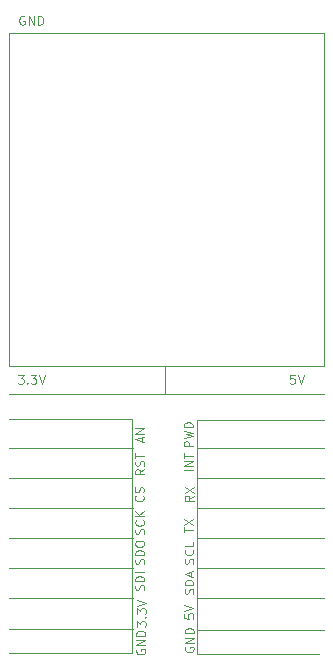
<source format=gbr>
%TF.GenerationSoftware,KiCad,Pcbnew,8.0.2*%
%TF.CreationDate,2024-07-30T14:17:02+02:00*%
%TF.ProjectId,mikrobus_protoboardPCB,6d696b72-6f62-4757-935f-70726f746f62,rev?*%
%TF.SameCoordinates,Original*%
%TF.FileFunction,Legend,Top*%
%TF.FilePolarity,Positive*%
%FSLAX46Y46*%
G04 Gerber Fmt 4.6, Leading zero omitted, Abs format (unit mm)*
G04 Created by KiCad (PCBNEW 8.0.2) date 2024-07-30 14:17:02*
%MOMM*%
%LPD*%
G01*
G04 APERTURE LIST*
%ADD10C,0.100000*%
G04 APERTURE END LIST*
D10*
X158410000Y-103980000D02*
X147930000Y-103980000D01*
X147925000Y-91660000D02*
X158415000Y-91660000D01*
X163895000Y-99300000D02*
X174650000Y-99300000D01*
X163870000Y-84190000D02*
X163870000Y-103950003D01*
X147915000Y-89130000D02*
X158405000Y-89130000D01*
X147920000Y-51455000D02*
X174650000Y-51455000D01*
X174650000Y-79610000D01*
X147920000Y-79610000D01*
X147920000Y-51455000D01*
X161180000Y-82000000D02*
X161180000Y-79610000D01*
X163890000Y-89120000D02*
X174640005Y-89120000D01*
X147920000Y-82000000D02*
X174650000Y-82000000D01*
X174160000Y-104000000D02*
X163879995Y-104000000D01*
X147920000Y-84170000D02*
X158410000Y-84170000D01*
X163870000Y-84190000D02*
X174660022Y-84190000D01*
X163900000Y-91700000D02*
X174650000Y-91700000D01*
X163895000Y-101960000D02*
X174640000Y-101960000D01*
X163910000Y-96780000D02*
X174640000Y-96780000D01*
X163890000Y-94200000D02*
X174640000Y-94200000D01*
X147925000Y-94210000D02*
X158415000Y-94210000D01*
X147925000Y-101950000D02*
X158415000Y-101950000D01*
X147925000Y-86590000D02*
X158415000Y-86590000D01*
X147935000Y-96710000D02*
X158425000Y-96710000D01*
X158410000Y-84170000D02*
X158410000Y-103980003D01*
X147935000Y-99290000D02*
X158425000Y-99290000D01*
X163890000Y-86590000D02*
X174650000Y-86590000D01*
X159347300Y-98611353D02*
X159383014Y-98504211D01*
X159383014Y-98504211D02*
X159383014Y-98325639D01*
X159383014Y-98325639D02*
X159347300Y-98254211D01*
X159347300Y-98254211D02*
X159311585Y-98218496D01*
X159311585Y-98218496D02*
X159240157Y-98182782D01*
X159240157Y-98182782D02*
X159168728Y-98182782D01*
X159168728Y-98182782D02*
X159097300Y-98218496D01*
X159097300Y-98218496D02*
X159061585Y-98254211D01*
X159061585Y-98254211D02*
X159025871Y-98325639D01*
X159025871Y-98325639D02*
X158990157Y-98468496D01*
X158990157Y-98468496D02*
X158954442Y-98539925D01*
X158954442Y-98539925D02*
X158918728Y-98575639D01*
X158918728Y-98575639D02*
X158847300Y-98611353D01*
X158847300Y-98611353D02*
X158775871Y-98611353D01*
X158775871Y-98611353D02*
X158704442Y-98575639D01*
X158704442Y-98575639D02*
X158668728Y-98539925D01*
X158668728Y-98539925D02*
X158633014Y-98468496D01*
X158633014Y-98468496D02*
X158633014Y-98289925D01*
X158633014Y-98289925D02*
X158668728Y-98182782D01*
X159383014Y-97861353D02*
X158633014Y-97861353D01*
X158633014Y-97861353D02*
X158633014Y-97682782D01*
X158633014Y-97682782D02*
X158668728Y-97575639D01*
X158668728Y-97575639D02*
X158740157Y-97504210D01*
X158740157Y-97504210D02*
X158811585Y-97468496D01*
X158811585Y-97468496D02*
X158954442Y-97432782D01*
X158954442Y-97432782D02*
X159061585Y-97432782D01*
X159061585Y-97432782D02*
X159204442Y-97468496D01*
X159204442Y-97468496D02*
X159275871Y-97504210D01*
X159275871Y-97504210D02*
X159347300Y-97575639D01*
X159347300Y-97575639D02*
X159383014Y-97682782D01*
X159383014Y-97682782D02*
X159383014Y-97861353D01*
X159383014Y-97111353D02*
X158633014Y-97111353D01*
X163537300Y-96371353D02*
X163573014Y-96264211D01*
X163573014Y-96264211D02*
X163573014Y-96085639D01*
X163573014Y-96085639D02*
X163537300Y-96014211D01*
X163537300Y-96014211D02*
X163501585Y-95978496D01*
X163501585Y-95978496D02*
X163430157Y-95942782D01*
X163430157Y-95942782D02*
X163358728Y-95942782D01*
X163358728Y-95942782D02*
X163287300Y-95978496D01*
X163287300Y-95978496D02*
X163251585Y-96014211D01*
X163251585Y-96014211D02*
X163215871Y-96085639D01*
X163215871Y-96085639D02*
X163180157Y-96228496D01*
X163180157Y-96228496D02*
X163144442Y-96299925D01*
X163144442Y-96299925D02*
X163108728Y-96335639D01*
X163108728Y-96335639D02*
X163037300Y-96371353D01*
X163037300Y-96371353D02*
X162965871Y-96371353D01*
X162965871Y-96371353D02*
X162894442Y-96335639D01*
X162894442Y-96335639D02*
X162858728Y-96299925D01*
X162858728Y-96299925D02*
X162823014Y-96228496D01*
X162823014Y-96228496D02*
X162823014Y-96049925D01*
X162823014Y-96049925D02*
X162858728Y-95942782D01*
X163501585Y-95192782D02*
X163537300Y-95228496D01*
X163537300Y-95228496D02*
X163573014Y-95335639D01*
X163573014Y-95335639D02*
X163573014Y-95407067D01*
X163573014Y-95407067D02*
X163537300Y-95514210D01*
X163537300Y-95514210D02*
X163465871Y-95585639D01*
X163465871Y-95585639D02*
X163394442Y-95621353D01*
X163394442Y-95621353D02*
X163251585Y-95657067D01*
X163251585Y-95657067D02*
X163144442Y-95657067D01*
X163144442Y-95657067D02*
X163001585Y-95621353D01*
X163001585Y-95621353D02*
X162930157Y-95585639D01*
X162930157Y-95585639D02*
X162858728Y-95514210D01*
X162858728Y-95514210D02*
X162823014Y-95407067D01*
X162823014Y-95407067D02*
X162823014Y-95335639D01*
X162823014Y-95335639D02*
X162858728Y-95228496D01*
X162858728Y-95228496D02*
X162894442Y-95192782D01*
X163573014Y-94514210D02*
X163573014Y-94871353D01*
X163573014Y-94871353D02*
X162823014Y-94871353D01*
X162813014Y-93712782D02*
X162813014Y-93284211D01*
X163563014Y-93498496D02*
X162813014Y-93498496D01*
X162813014Y-93105639D02*
X163563014Y-92605639D01*
X162813014Y-92605639D02*
X163563014Y-93105639D01*
X159347300Y-93871353D02*
X159383014Y-93764211D01*
X159383014Y-93764211D02*
X159383014Y-93585639D01*
X159383014Y-93585639D02*
X159347300Y-93514211D01*
X159347300Y-93514211D02*
X159311585Y-93478496D01*
X159311585Y-93478496D02*
X159240157Y-93442782D01*
X159240157Y-93442782D02*
X159168728Y-93442782D01*
X159168728Y-93442782D02*
X159097300Y-93478496D01*
X159097300Y-93478496D02*
X159061585Y-93514211D01*
X159061585Y-93514211D02*
X159025871Y-93585639D01*
X159025871Y-93585639D02*
X158990157Y-93728496D01*
X158990157Y-93728496D02*
X158954442Y-93799925D01*
X158954442Y-93799925D02*
X158918728Y-93835639D01*
X158918728Y-93835639D02*
X158847300Y-93871353D01*
X158847300Y-93871353D02*
X158775871Y-93871353D01*
X158775871Y-93871353D02*
X158704442Y-93835639D01*
X158704442Y-93835639D02*
X158668728Y-93799925D01*
X158668728Y-93799925D02*
X158633014Y-93728496D01*
X158633014Y-93728496D02*
X158633014Y-93549925D01*
X158633014Y-93549925D02*
X158668728Y-93442782D01*
X159311585Y-92692782D02*
X159347300Y-92728496D01*
X159347300Y-92728496D02*
X159383014Y-92835639D01*
X159383014Y-92835639D02*
X159383014Y-92907067D01*
X159383014Y-92907067D02*
X159347300Y-93014210D01*
X159347300Y-93014210D02*
X159275871Y-93085639D01*
X159275871Y-93085639D02*
X159204442Y-93121353D01*
X159204442Y-93121353D02*
X159061585Y-93157067D01*
X159061585Y-93157067D02*
X158954442Y-93157067D01*
X158954442Y-93157067D02*
X158811585Y-93121353D01*
X158811585Y-93121353D02*
X158740157Y-93085639D01*
X158740157Y-93085639D02*
X158668728Y-93014210D01*
X158668728Y-93014210D02*
X158633014Y-92907067D01*
X158633014Y-92907067D02*
X158633014Y-92835639D01*
X158633014Y-92835639D02*
X158668728Y-92728496D01*
X158668728Y-92728496D02*
X158704442Y-92692782D01*
X159383014Y-92371353D02*
X158633014Y-92371353D01*
X159383014Y-91942782D02*
X158954442Y-92264210D01*
X158633014Y-91942782D02*
X159061585Y-92371353D01*
X163513014Y-86435639D02*
X162763014Y-86435639D01*
X162763014Y-86435639D02*
X162763014Y-86149925D01*
X162763014Y-86149925D02*
X162798728Y-86078496D01*
X162798728Y-86078496D02*
X162834442Y-86042782D01*
X162834442Y-86042782D02*
X162905871Y-86007068D01*
X162905871Y-86007068D02*
X163013014Y-86007068D01*
X163013014Y-86007068D02*
X163084442Y-86042782D01*
X163084442Y-86042782D02*
X163120157Y-86078496D01*
X163120157Y-86078496D02*
X163155871Y-86149925D01*
X163155871Y-86149925D02*
X163155871Y-86435639D01*
X162763014Y-85757068D02*
X163513014Y-85578496D01*
X163513014Y-85578496D02*
X162977300Y-85435639D01*
X162977300Y-85435639D02*
X163513014Y-85292782D01*
X163513014Y-85292782D02*
X162763014Y-85114211D01*
X163513014Y-84828496D02*
X162763014Y-84828496D01*
X162763014Y-84828496D02*
X162763014Y-84649925D01*
X162763014Y-84649925D02*
X162798728Y-84542782D01*
X162798728Y-84542782D02*
X162870157Y-84471353D01*
X162870157Y-84471353D02*
X162941585Y-84435639D01*
X162941585Y-84435639D02*
X163084442Y-84399925D01*
X163084442Y-84399925D02*
X163191585Y-84399925D01*
X163191585Y-84399925D02*
X163334442Y-84435639D01*
X163334442Y-84435639D02*
X163405871Y-84471353D01*
X163405871Y-84471353D02*
X163477300Y-84542782D01*
X163477300Y-84542782D02*
X163513014Y-84649925D01*
X163513014Y-84649925D02*
X163513014Y-84828496D01*
X158773014Y-101707068D02*
X158773014Y-101242782D01*
X158773014Y-101242782D02*
X159058728Y-101492782D01*
X159058728Y-101492782D02*
X159058728Y-101385639D01*
X159058728Y-101385639D02*
X159094442Y-101314211D01*
X159094442Y-101314211D02*
X159130157Y-101278496D01*
X159130157Y-101278496D02*
X159201585Y-101242782D01*
X159201585Y-101242782D02*
X159380157Y-101242782D01*
X159380157Y-101242782D02*
X159451585Y-101278496D01*
X159451585Y-101278496D02*
X159487300Y-101314211D01*
X159487300Y-101314211D02*
X159523014Y-101385639D01*
X159523014Y-101385639D02*
X159523014Y-101599925D01*
X159523014Y-101599925D02*
X159487300Y-101671353D01*
X159487300Y-101671353D02*
X159451585Y-101707068D01*
X159451585Y-100921353D02*
X159487300Y-100885639D01*
X159487300Y-100885639D02*
X159523014Y-100921353D01*
X159523014Y-100921353D02*
X159487300Y-100957067D01*
X159487300Y-100957067D02*
X159451585Y-100921353D01*
X159451585Y-100921353D02*
X159523014Y-100921353D01*
X158773014Y-100635639D02*
X158773014Y-100171353D01*
X158773014Y-100171353D02*
X159058728Y-100421353D01*
X159058728Y-100421353D02*
X159058728Y-100314210D01*
X159058728Y-100314210D02*
X159094442Y-100242782D01*
X159094442Y-100242782D02*
X159130157Y-100207067D01*
X159130157Y-100207067D02*
X159201585Y-100171353D01*
X159201585Y-100171353D02*
X159380157Y-100171353D01*
X159380157Y-100171353D02*
X159451585Y-100207067D01*
X159451585Y-100207067D02*
X159487300Y-100242782D01*
X159487300Y-100242782D02*
X159523014Y-100314210D01*
X159523014Y-100314210D02*
X159523014Y-100528496D01*
X159523014Y-100528496D02*
X159487300Y-100599924D01*
X159487300Y-100599924D02*
X159451585Y-100635639D01*
X158773014Y-99957067D02*
X159523014Y-99707067D01*
X159523014Y-99707067D02*
X158773014Y-99457067D01*
X148722931Y-80403014D02*
X149187217Y-80403014D01*
X149187217Y-80403014D02*
X148937217Y-80688728D01*
X148937217Y-80688728D02*
X149044360Y-80688728D01*
X149044360Y-80688728D02*
X149115789Y-80724442D01*
X149115789Y-80724442D02*
X149151503Y-80760157D01*
X149151503Y-80760157D02*
X149187217Y-80831585D01*
X149187217Y-80831585D02*
X149187217Y-81010157D01*
X149187217Y-81010157D02*
X149151503Y-81081585D01*
X149151503Y-81081585D02*
X149115789Y-81117300D01*
X149115789Y-81117300D02*
X149044360Y-81153014D01*
X149044360Y-81153014D02*
X148830074Y-81153014D01*
X148830074Y-81153014D02*
X148758646Y-81117300D01*
X148758646Y-81117300D02*
X148722931Y-81081585D01*
X149508646Y-81081585D02*
X149544360Y-81117300D01*
X149544360Y-81117300D02*
X149508646Y-81153014D01*
X149508646Y-81153014D02*
X149472932Y-81117300D01*
X149472932Y-81117300D02*
X149508646Y-81081585D01*
X149508646Y-81081585D02*
X149508646Y-81153014D01*
X149794360Y-80403014D02*
X150258646Y-80403014D01*
X150258646Y-80403014D02*
X150008646Y-80688728D01*
X150008646Y-80688728D02*
X150115789Y-80688728D01*
X150115789Y-80688728D02*
X150187218Y-80724442D01*
X150187218Y-80724442D02*
X150222932Y-80760157D01*
X150222932Y-80760157D02*
X150258646Y-80831585D01*
X150258646Y-80831585D02*
X150258646Y-81010157D01*
X150258646Y-81010157D02*
X150222932Y-81081585D01*
X150222932Y-81081585D02*
X150187218Y-81117300D01*
X150187218Y-81117300D02*
X150115789Y-81153014D01*
X150115789Y-81153014D02*
X149901503Y-81153014D01*
X149901503Y-81153014D02*
X149830075Y-81117300D01*
X149830075Y-81117300D02*
X149794360Y-81081585D01*
X150472932Y-80403014D02*
X150722932Y-81153014D01*
X150722932Y-81153014D02*
X150972932Y-80403014D01*
X163553014Y-88485639D02*
X162803014Y-88485639D01*
X163553014Y-88128496D02*
X162803014Y-88128496D01*
X162803014Y-88128496D02*
X163553014Y-87699925D01*
X163553014Y-87699925D02*
X162803014Y-87699925D01*
X162803014Y-87449925D02*
X162803014Y-87021354D01*
X163553014Y-87235639D02*
X162803014Y-87235639D01*
X149257217Y-50038728D02*
X149185789Y-50003014D01*
X149185789Y-50003014D02*
X149078646Y-50003014D01*
X149078646Y-50003014D02*
X148971503Y-50038728D01*
X148971503Y-50038728D02*
X148900074Y-50110157D01*
X148900074Y-50110157D02*
X148864360Y-50181585D01*
X148864360Y-50181585D02*
X148828646Y-50324442D01*
X148828646Y-50324442D02*
X148828646Y-50431585D01*
X148828646Y-50431585D02*
X148864360Y-50574442D01*
X148864360Y-50574442D02*
X148900074Y-50645871D01*
X148900074Y-50645871D02*
X148971503Y-50717300D01*
X148971503Y-50717300D02*
X149078646Y-50753014D01*
X149078646Y-50753014D02*
X149150074Y-50753014D01*
X149150074Y-50753014D02*
X149257217Y-50717300D01*
X149257217Y-50717300D02*
X149292931Y-50681585D01*
X149292931Y-50681585D02*
X149292931Y-50431585D01*
X149292931Y-50431585D02*
X149150074Y-50431585D01*
X149614360Y-50753014D02*
X149614360Y-50003014D01*
X149614360Y-50003014D02*
X150042931Y-50753014D01*
X150042931Y-50753014D02*
X150042931Y-50003014D01*
X150400074Y-50753014D02*
X150400074Y-50003014D01*
X150400074Y-50003014D02*
X150578645Y-50003014D01*
X150578645Y-50003014D02*
X150685788Y-50038728D01*
X150685788Y-50038728D02*
X150757217Y-50110157D01*
X150757217Y-50110157D02*
X150792931Y-50181585D01*
X150792931Y-50181585D02*
X150828645Y-50324442D01*
X150828645Y-50324442D02*
X150828645Y-50431585D01*
X150828645Y-50431585D02*
X150792931Y-50574442D01*
X150792931Y-50574442D02*
X150757217Y-50645871D01*
X150757217Y-50645871D02*
X150685788Y-50717300D01*
X150685788Y-50717300D02*
X150578645Y-50753014D01*
X150578645Y-50753014D02*
X150400074Y-50753014D01*
X162813014Y-100628496D02*
X162813014Y-100985639D01*
X162813014Y-100985639D02*
X163170157Y-101021353D01*
X163170157Y-101021353D02*
X163134442Y-100985639D01*
X163134442Y-100985639D02*
X163098728Y-100914211D01*
X163098728Y-100914211D02*
X163098728Y-100735639D01*
X163098728Y-100735639D02*
X163134442Y-100664211D01*
X163134442Y-100664211D02*
X163170157Y-100628496D01*
X163170157Y-100628496D02*
X163241585Y-100592782D01*
X163241585Y-100592782D02*
X163420157Y-100592782D01*
X163420157Y-100592782D02*
X163491585Y-100628496D01*
X163491585Y-100628496D02*
X163527300Y-100664211D01*
X163527300Y-100664211D02*
X163563014Y-100735639D01*
X163563014Y-100735639D02*
X163563014Y-100914211D01*
X163563014Y-100914211D02*
X163527300Y-100985639D01*
X163527300Y-100985639D02*
X163491585Y-101021353D01*
X162813014Y-100378496D02*
X163563014Y-100128496D01*
X163563014Y-100128496D02*
X162813014Y-99878496D01*
X159403014Y-88387068D02*
X159045871Y-88637068D01*
X159403014Y-88815639D02*
X158653014Y-88815639D01*
X158653014Y-88815639D02*
X158653014Y-88529925D01*
X158653014Y-88529925D02*
X158688728Y-88458496D01*
X158688728Y-88458496D02*
X158724442Y-88422782D01*
X158724442Y-88422782D02*
X158795871Y-88387068D01*
X158795871Y-88387068D02*
X158903014Y-88387068D01*
X158903014Y-88387068D02*
X158974442Y-88422782D01*
X158974442Y-88422782D02*
X159010157Y-88458496D01*
X159010157Y-88458496D02*
X159045871Y-88529925D01*
X159045871Y-88529925D02*
X159045871Y-88815639D01*
X159367300Y-88101353D02*
X159403014Y-87994211D01*
X159403014Y-87994211D02*
X159403014Y-87815639D01*
X159403014Y-87815639D02*
X159367300Y-87744211D01*
X159367300Y-87744211D02*
X159331585Y-87708496D01*
X159331585Y-87708496D02*
X159260157Y-87672782D01*
X159260157Y-87672782D02*
X159188728Y-87672782D01*
X159188728Y-87672782D02*
X159117300Y-87708496D01*
X159117300Y-87708496D02*
X159081585Y-87744211D01*
X159081585Y-87744211D02*
X159045871Y-87815639D01*
X159045871Y-87815639D02*
X159010157Y-87958496D01*
X159010157Y-87958496D02*
X158974442Y-88029925D01*
X158974442Y-88029925D02*
X158938728Y-88065639D01*
X158938728Y-88065639D02*
X158867300Y-88101353D01*
X158867300Y-88101353D02*
X158795871Y-88101353D01*
X158795871Y-88101353D02*
X158724442Y-88065639D01*
X158724442Y-88065639D02*
X158688728Y-88029925D01*
X158688728Y-88029925D02*
X158653014Y-87958496D01*
X158653014Y-87958496D02*
X158653014Y-87779925D01*
X158653014Y-87779925D02*
X158688728Y-87672782D01*
X158653014Y-87458496D02*
X158653014Y-87029925D01*
X159403014Y-87244210D02*
X158653014Y-87244210D01*
X159347300Y-96411353D02*
X159383014Y-96304211D01*
X159383014Y-96304211D02*
X159383014Y-96125639D01*
X159383014Y-96125639D02*
X159347300Y-96054211D01*
X159347300Y-96054211D02*
X159311585Y-96018496D01*
X159311585Y-96018496D02*
X159240157Y-95982782D01*
X159240157Y-95982782D02*
X159168728Y-95982782D01*
X159168728Y-95982782D02*
X159097300Y-96018496D01*
X159097300Y-96018496D02*
X159061585Y-96054211D01*
X159061585Y-96054211D02*
X159025871Y-96125639D01*
X159025871Y-96125639D02*
X158990157Y-96268496D01*
X158990157Y-96268496D02*
X158954442Y-96339925D01*
X158954442Y-96339925D02*
X158918728Y-96375639D01*
X158918728Y-96375639D02*
X158847300Y-96411353D01*
X158847300Y-96411353D02*
X158775871Y-96411353D01*
X158775871Y-96411353D02*
X158704442Y-96375639D01*
X158704442Y-96375639D02*
X158668728Y-96339925D01*
X158668728Y-96339925D02*
X158633014Y-96268496D01*
X158633014Y-96268496D02*
X158633014Y-96089925D01*
X158633014Y-96089925D02*
X158668728Y-95982782D01*
X159383014Y-95661353D02*
X158633014Y-95661353D01*
X158633014Y-95661353D02*
X158633014Y-95482782D01*
X158633014Y-95482782D02*
X158668728Y-95375639D01*
X158668728Y-95375639D02*
X158740157Y-95304210D01*
X158740157Y-95304210D02*
X158811585Y-95268496D01*
X158811585Y-95268496D02*
X158954442Y-95232782D01*
X158954442Y-95232782D02*
X159061585Y-95232782D01*
X159061585Y-95232782D02*
X159204442Y-95268496D01*
X159204442Y-95268496D02*
X159275871Y-95304210D01*
X159275871Y-95304210D02*
X159347300Y-95375639D01*
X159347300Y-95375639D02*
X159383014Y-95482782D01*
X159383014Y-95482782D02*
X159383014Y-95661353D01*
X158633014Y-94768496D02*
X158633014Y-94625639D01*
X158633014Y-94625639D02*
X158668728Y-94554210D01*
X158668728Y-94554210D02*
X158740157Y-94482782D01*
X158740157Y-94482782D02*
X158883014Y-94447067D01*
X158883014Y-94447067D02*
X159133014Y-94447067D01*
X159133014Y-94447067D02*
X159275871Y-94482782D01*
X159275871Y-94482782D02*
X159347300Y-94554210D01*
X159347300Y-94554210D02*
X159383014Y-94625639D01*
X159383014Y-94625639D02*
X159383014Y-94768496D01*
X159383014Y-94768496D02*
X159347300Y-94839925D01*
X159347300Y-94839925D02*
X159275871Y-94911353D01*
X159275871Y-94911353D02*
X159133014Y-94947067D01*
X159133014Y-94947067D02*
X158883014Y-94947067D01*
X158883014Y-94947067D02*
X158740157Y-94911353D01*
X158740157Y-94911353D02*
X158668728Y-94839925D01*
X158668728Y-94839925D02*
X158633014Y-94768496D01*
X158758728Y-103632782D02*
X158723014Y-103704211D01*
X158723014Y-103704211D02*
X158723014Y-103811353D01*
X158723014Y-103811353D02*
X158758728Y-103918496D01*
X158758728Y-103918496D02*
X158830157Y-103989925D01*
X158830157Y-103989925D02*
X158901585Y-104025639D01*
X158901585Y-104025639D02*
X159044442Y-104061353D01*
X159044442Y-104061353D02*
X159151585Y-104061353D01*
X159151585Y-104061353D02*
X159294442Y-104025639D01*
X159294442Y-104025639D02*
X159365871Y-103989925D01*
X159365871Y-103989925D02*
X159437300Y-103918496D01*
X159437300Y-103918496D02*
X159473014Y-103811353D01*
X159473014Y-103811353D02*
X159473014Y-103739925D01*
X159473014Y-103739925D02*
X159437300Y-103632782D01*
X159437300Y-103632782D02*
X159401585Y-103597068D01*
X159401585Y-103597068D02*
X159151585Y-103597068D01*
X159151585Y-103597068D02*
X159151585Y-103739925D01*
X159473014Y-103275639D02*
X158723014Y-103275639D01*
X158723014Y-103275639D02*
X159473014Y-102847068D01*
X159473014Y-102847068D02*
X158723014Y-102847068D01*
X159473014Y-102489925D02*
X158723014Y-102489925D01*
X158723014Y-102489925D02*
X158723014Y-102311354D01*
X158723014Y-102311354D02*
X158758728Y-102204211D01*
X158758728Y-102204211D02*
X158830157Y-102132782D01*
X158830157Y-102132782D02*
X158901585Y-102097068D01*
X158901585Y-102097068D02*
X159044442Y-102061354D01*
X159044442Y-102061354D02*
X159151585Y-102061354D01*
X159151585Y-102061354D02*
X159294442Y-102097068D01*
X159294442Y-102097068D02*
X159365871Y-102132782D01*
X159365871Y-102132782D02*
X159437300Y-102204211D01*
X159437300Y-102204211D02*
X159473014Y-102311354D01*
X159473014Y-102311354D02*
X159473014Y-102489925D01*
X159301585Y-90627068D02*
X159337300Y-90662782D01*
X159337300Y-90662782D02*
X159373014Y-90769925D01*
X159373014Y-90769925D02*
X159373014Y-90841353D01*
X159373014Y-90841353D02*
X159337300Y-90948496D01*
X159337300Y-90948496D02*
X159265871Y-91019925D01*
X159265871Y-91019925D02*
X159194442Y-91055639D01*
X159194442Y-91055639D02*
X159051585Y-91091353D01*
X159051585Y-91091353D02*
X158944442Y-91091353D01*
X158944442Y-91091353D02*
X158801585Y-91055639D01*
X158801585Y-91055639D02*
X158730157Y-91019925D01*
X158730157Y-91019925D02*
X158658728Y-90948496D01*
X158658728Y-90948496D02*
X158623014Y-90841353D01*
X158623014Y-90841353D02*
X158623014Y-90769925D01*
X158623014Y-90769925D02*
X158658728Y-90662782D01*
X158658728Y-90662782D02*
X158694442Y-90627068D01*
X159337300Y-90341353D02*
X159373014Y-90234211D01*
X159373014Y-90234211D02*
X159373014Y-90055639D01*
X159373014Y-90055639D02*
X159337300Y-89984211D01*
X159337300Y-89984211D02*
X159301585Y-89948496D01*
X159301585Y-89948496D02*
X159230157Y-89912782D01*
X159230157Y-89912782D02*
X159158728Y-89912782D01*
X159158728Y-89912782D02*
X159087300Y-89948496D01*
X159087300Y-89948496D02*
X159051585Y-89984211D01*
X159051585Y-89984211D02*
X159015871Y-90055639D01*
X159015871Y-90055639D02*
X158980157Y-90198496D01*
X158980157Y-90198496D02*
X158944442Y-90269925D01*
X158944442Y-90269925D02*
X158908728Y-90305639D01*
X158908728Y-90305639D02*
X158837300Y-90341353D01*
X158837300Y-90341353D02*
X158765871Y-90341353D01*
X158765871Y-90341353D02*
X158694442Y-90305639D01*
X158694442Y-90305639D02*
X158658728Y-90269925D01*
X158658728Y-90269925D02*
X158623014Y-90198496D01*
X158623014Y-90198496D02*
X158623014Y-90019925D01*
X158623014Y-90019925D02*
X158658728Y-89912782D01*
X163593014Y-90617068D02*
X163235871Y-90867068D01*
X163593014Y-91045639D02*
X162843014Y-91045639D01*
X162843014Y-91045639D02*
X162843014Y-90759925D01*
X162843014Y-90759925D02*
X162878728Y-90688496D01*
X162878728Y-90688496D02*
X162914442Y-90652782D01*
X162914442Y-90652782D02*
X162985871Y-90617068D01*
X162985871Y-90617068D02*
X163093014Y-90617068D01*
X163093014Y-90617068D02*
X163164442Y-90652782D01*
X163164442Y-90652782D02*
X163200157Y-90688496D01*
X163200157Y-90688496D02*
X163235871Y-90759925D01*
X163235871Y-90759925D02*
X163235871Y-91045639D01*
X162843014Y-90367068D02*
X163593014Y-89867068D01*
X162843014Y-89867068D02*
X163593014Y-90367068D01*
X163537300Y-98931353D02*
X163573014Y-98824211D01*
X163573014Y-98824211D02*
X163573014Y-98645639D01*
X163573014Y-98645639D02*
X163537300Y-98574211D01*
X163537300Y-98574211D02*
X163501585Y-98538496D01*
X163501585Y-98538496D02*
X163430157Y-98502782D01*
X163430157Y-98502782D02*
X163358728Y-98502782D01*
X163358728Y-98502782D02*
X163287300Y-98538496D01*
X163287300Y-98538496D02*
X163251585Y-98574211D01*
X163251585Y-98574211D02*
X163215871Y-98645639D01*
X163215871Y-98645639D02*
X163180157Y-98788496D01*
X163180157Y-98788496D02*
X163144442Y-98859925D01*
X163144442Y-98859925D02*
X163108728Y-98895639D01*
X163108728Y-98895639D02*
X163037300Y-98931353D01*
X163037300Y-98931353D02*
X162965871Y-98931353D01*
X162965871Y-98931353D02*
X162894442Y-98895639D01*
X162894442Y-98895639D02*
X162858728Y-98859925D01*
X162858728Y-98859925D02*
X162823014Y-98788496D01*
X162823014Y-98788496D02*
X162823014Y-98609925D01*
X162823014Y-98609925D02*
X162858728Y-98502782D01*
X163573014Y-98181353D02*
X162823014Y-98181353D01*
X162823014Y-98181353D02*
X162823014Y-98002782D01*
X162823014Y-98002782D02*
X162858728Y-97895639D01*
X162858728Y-97895639D02*
X162930157Y-97824210D01*
X162930157Y-97824210D02*
X163001585Y-97788496D01*
X163001585Y-97788496D02*
X163144442Y-97752782D01*
X163144442Y-97752782D02*
X163251585Y-97752782D01*
X163251585Y-97752782D02*
X163394442Y-97788496D01*
X163394442Y-97788496D02*
X163465871Y-97824210D01*
X163465871Y-97824210D02*
X163537300Y-97895639D01*
X163537300Y-97895639D02*
X163573014Y-98002782D01*
X163573014Y-98002782D02*
X163573014Y-98181353D01*
X163358728Y-97467067D02*
X163358728Y-97109925D01*
X163573014Y-97538496D02*
X162823014Y-97288496D01*
X162823014Y-97288496D02*
X163573014Y-97038496D01*
X162888728Y-103432782D02*
X162853014Y-103504211D01*
X162853014Y-103504211D02*
X162853014Y-103611353D01*
X162853014Y-103611353D02*
X162888728Y-103718496D01*
X162888728Y-103718496D02*
X162960157Y-103789925D01*
X162960157Y-103789925D02*
X163031585Y-103825639D01*
X163031585Y-103825639D02*
X163174442Y-103861353D01*
X163174442Y-103861353D02*
X163281585Y-103861353D01*
X163281585Y-103861353D02*
X163424442Y-103825639D01*
X163424442Y-103825639D02*
X163495871Y-103789925D01*
X163495871Y-103789925D02*
X163567300Y-103718496D01*
X163567300Y-103718496D02*
X163603014Y-103611353D01*
X163603014Y-103611353D02*
X163603014Y-103539925D01*
X163603014Y-103539925D02*
X163567300Y-103432782D01*
X163567300Y-103432782D02*
X163531585Y-103397068D01*
X163531585Y-103397068D02*
X163281585Y-103397068D01*
X163281585Y-103397068D02*
X163281585Y-103539925D01*
X163603014Y-103075639D02*
X162853014Y-103075639D01*
X162853014Y-103075639D02*
X163603014Y-102647068D01*
X163603014Y-102647068D02*
X162853014Y-102647068D01*
X163603014Y-102289925D02*
X162853014Y-102289925D01*
X162853014Y-102289925D02*
X162853014Y-102111354D01*
X162853014Y-102111354D02*
X162888728Y-102004211D01*
X162888728Y-102004211D02*
X162960157Y-101932782D01*
X162960157Y-101932782D02*
X163031585Y-101897068D01*
X163031585Y-101897068D02*
X163174442Y-101861354D01*
X163174442Y-101861354D02*
X163281585Y-101861354D01*
X163281585Y-101861354D02*
X163424442Y-101897068D01*
X163424442Y-101897068D02*
X163495871Y-101932782D01*
X163495871Y-101932782D02*
X163567300Y-102004211D01*
X163567300Y-102004211D02*
X163603014Y-102111354D01*
X163603014Y-102111354D02*
X163603014Y-102289925D01*
X159198728Y-86041353D02*
X159198728Y-85684211D01*
X159413014Y-86112782D02*
X158663014Y-85862782D01*
X158663014Y-85862782D02*
X159413014Y-85612782D01*
X159413014Y-85362782D02*
X158663014Y-85362782D01*
X158663014Y-85362782D02*
X159413014Y-84934211D01*
X159413014Y-84934211D02*
X158663014Y-84934211D01*
X172141503Y-80383014D02*
X171784360Y-80383014D01*
X171784360Y-80383014D02*
X171748646Y-80740157D01*
X171748646Y-80740157D02*
X171784360Y-80704442D01*
X171784360Y-80704442D02*
X171855789Y-80668728D01*
X171855789Y-80668728D02*
X172034360Y-80668728D01*
X172034360Y-80668728D02*
X172105789Y-80704442D01*
X172105789Y-80704442D02*
X172141503Y-80740157D01*
X172141503Y-80740157D02*
X172177217Y-80811585D01*
X172177217Y-80811585D02*
X172177217Y-80990157D01*
X172177217Y-80990157D02*
X172141503Y-81061585D01*
X172141503Y-81061585D02*
X172105789Y-81097300D01*
X172105789Y-81097300D02*
X172034360Y-81133014D01*
X172034360Y-81133014D02*
X171855789Y-81133014D01*
X171855789Y-81133014D02*
X171784360Y-81097300D01*
X171784360Y-81097300D02*
X171748646Y-81061585D01*
X172391503Y-80383014D02*
X172641503Y-81133014D01*
X172641503Y-81133014D02*
X172891503Y-80383014D01*
M02*

</source>
